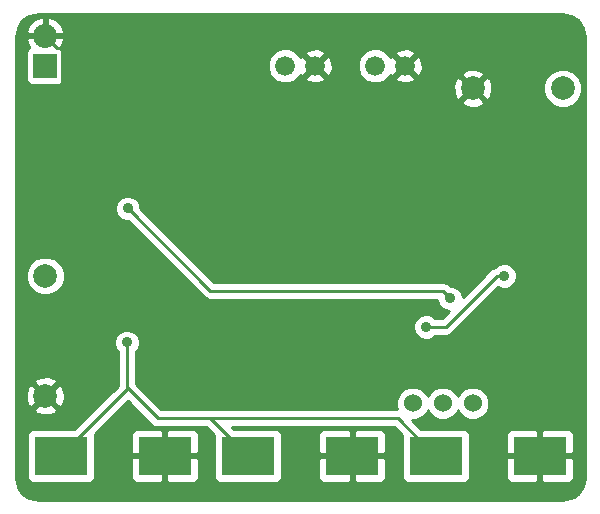
<source format=gbl>
%FSLAX46Y46*%
G04 Gerber Fmt 4.6, Leading zero omitted, Abs format (unit mm)*
G04 Created by KiCad (PCBNEW (2014-09-22 BZR 5144)-product) date Sun 26 Oct 2014 02:54:13 PM CET*
%MOMM*%
G01*
G04 APERTURE LIST*
%ADD10C,0.100000*%
%ADD11R,4.500880X3.299460*%
%ADD12R,4.498340X3.299460*%
%ADD13R,2.032000X2.032000*%
%ADD14O,2.032000X2.032000*%
%ADD15C,1.998980*%
%ADD16C,1.676400*%
%ADD17C,1.524000*%
%ADD18C,2.000000*%
%ADD19C,0.889000*%
%ADD20C,0.254000*%
G04 APERTURE END LIST*
D10*
D11*
X184104280Y-92075000D03*
D12*
X175305720Y-92075000D03*
D13*
X158115000Y-59055000D03*
D14*
X158115000Y-56515000D03*
D15*
X158115000Y-76835000D03*
X158115000Y-86995000D03*
D11*
X168229280Y-92075000D03*
D12*
X159430720Y-92075000D03*
D11*
X199979280Y-92075000D03*
D12*
X191180720Y-92075000D03*
D16*
X178435000Y-59055000D03*
X180975000Y-59055000D03*
X186055000Y-59055000D03*
X188595000Y-59055000D03*
D17*
X191770000Y-87630000D03*
X189230000Y-87630000D03*
X194310000Y-87630000D03*
D18*
X201919840Y-60960000D03*
X194320160Y-60960000D03*
D19*
X171450000Y-85725000D03*
X190392527Y-83077527D03*
X167640000Y-85725000D03*
X184150000Y-67945000D03*
X160020000Y-71120000D03*
X168529000Y-82677000D03*
X169545000Y-71247000D03*
X192405000Y-78740000D03*
X165100000Y-71120000D03*
X196977000Y-76835000D03*
X190373000Y-81153000D03*
X165024276Y-82474276D03*
D20*
X171450000Y-85725000D02*
X167640000Y-85725000D01*
X190392527Y-83077527D02*
X192932527Y-83077527D01*
X192932527Y-83077527D02*
X199979280Y-90124280D01*
X199979280Y-90124280D02*
X199979280Y-90171270D01*
X199979280Y-90171270D02*
X199979280Y-92075000D01*
X168529000Y-82677000D02*
X167640000Y-83566000D01*
X167640000Y-85096383D02*
X167640000Y-85725000D01*
X167640000Y-83566000D02*
X167640000Y-85096383D01*
X184150000Y-67945000D02*
X184150000Y-62230000D01*
X184150000Y-62230000D02*
X180975000Y-59055000D01*
X159551840Y-56515000D02*
X158115000Y-56515000D01*
X160020000Y-58242198D02*
X160021768Y-58240430D01*
X160021768Y-58240430D02*
X160021768Y-56984928D01*
X160020000Y-71120000D02*
X160020000Y-58242198D01*
X160021768Y-56984928D02*
X159551840Y-56515000D01*
X159130999Y-57530999D02*
X158115000Y-56515000D01*
X159308801Y-57530999D02*
X159130999Y-57530999D01*
X159512001Y-57734199D02*
X159308801Y-57530999D01*
X159512001Y-61214001D02*
X159512001Y-57734199D01*
X169545000Y-71247000D02*
X159512001Y-61214001D01*
X165100000Y-71120000D02*
X172085000Y-78105000D01*
X172085000Y-78105000D02*
X191770000Y-78105000D01*
X191770000Y-78105000D02*
X192405000Y-78740000D01*
X192030383Y-81153000D02*
X190373000Y-81153000D01*
X196348383Y-76835000D02*
X192030383Y-81153000D01*
X196977000Y-76835000D02*
X196348383Y-76835000D01*
X165024276Y-86284276D02*
X165024276Y-86435724D01*
X165024276Y-86435724D02*
X159430720Y-92029280D01*
X171632879Y-88900000D02*
X167640000Y-88900000D01*
X167640000Y-88900000D02*
X165024276Y-86284276D01*
X165024276Y-86284276D02*
X165024276Y-82474276D01*
X159430720Y-92075000D02*
X159430720Y-92029280D01*
X175260000Y-92075000D02*
X172085000Y-88900000D01*
X172085000Y-88900000D02*
X171632879Y-88900000D01*
X174034450Y-88900000D02*
X171632879Y-88900000D01*
X191135000Y-92075000D02*
X187960000Y-88900000D01*
X187960000Y-88900000D02*
X174034450Y-88900000D01*
X189865000Y-92075000D02*
X191180720Y-92075000D01*
X175305720Y-92075000D02*
X176530000Y-92075000D01*
X173990000Y-92075000D02*
X175305720Y-92075000D01*
X159430720Y-92075000D02*
X160655000Y-92075000D01*
X175305720Y-92075000D02*
X175260000Y-92075000D01*
X191180720Y-92075000D02*
X191135000Y-92075000D01*
G36*
X203785000Y-93912532D02*
X203631397Y-94684742D01*
X203555124Y-94798892D01*
X203555124Y-60636205D01*
X203306734Y-60035057D01*
X202847203Y-59574722D01*
X202246488Y-59325284D01*
X201596045Y-59324716D01*
X200994897Y-59573106D01*
X200534562Y-60032637D01*
X200285124Y-60633352D01*
X200284556Y-61283795D01*
X200532946Y-61884943D01*
X200992477Y-62345278D01*
X201593192Y-62594716D01*
X202243635Y-62595284D01*
X202844783Y-62346894D01*
X203305118Y-61887363D01*
X203554556Y-61286648D01*
X203555124Y-60636205D01*
X203555124Y-94798892D01*
X203232193Y-95282193D01*
X202864720Y-95527730D01*
X202864720Y-93851039D01*
X202864720Y-92360750D01*
X202864720Y-91789250D01*
X202864720Y-90298961D01*
X202768047Y-90065572D01*
X202589419Y-89886943D01*
X202356030Y-89790270D01*
X202103411Y-89790270D01*
X200265030Y-89790270D01*
X200106280Y-89949020D01*
X200106280Y-91948000D01*
X202705970Y-91948000D01*
X202864720Y-91789250D01*
X202864720Y-92360750D01*
X202705970Y-92202000D01*
X200106280Y-92202000D01*
X200106280Y-94200980D01*
X200265030Y-94359730D01*
X202103411Y-94359730D01*
X202356030Y-94359730D01*
X202589419Y-94263057D01*
X202768047Y-94084428D01*
X202864720Y-93851039D01*
X202864720Y-95527730D01*
X202634741Y-95681398D01*
X201862532Y-95835000D01*
X199852280Y-95835000D01*
X199852280Y-94200980D01*
X199852280Y-92202000D01*
X199852280Y-91948000D01*
X199852280Y-89949020D01*
X199693530Y-89790270D01*
X198056687Y-89790270D01*
X198056687Y-76621216D01*
X197892689Y-76224311D01*
X197589286Y-75920378D01*
X197192668Y-75755687D01*
X196763216Y-75755313D01*
X196366311Y-75919311D01*
X196178503Y-76106791D01*
X196178502Y-76106791D01*
X196056778Y-76131004D01*
X195966068Y-76191614D01*
X195966068Y-61224539D01*
X195942016Y-60574540D01*
X195739547Y-60085736D01*
X195472692Y-59987073D01*
X195293087Y-60166678D01*
X195293087Y-59807468D01*
X195194424Y-59540613D01*
X194584699Y-59314092D01*
X193934700Y-59338144D01*
X193445896Y-59540613D01*
X193347233Y-59807468D01*
X194320160Y-60780395D01*
X195293087Y-59807468D01*
X195293087Y-60166678D01*
X194499765Y-60960000D01*
X195472692Y-61932927D01*
X195739547Y-61834264D01*
X195966068Y-61224539D01*
X195966068Y-76191614D01*
X195809568Y-76296185D01*
X195293087Y-76812665D01*
X195293087Y-62112532D01*
X194320160Y-61139605D01*
X194140555Y-61319210D01*
X194140555Y-60960000D01*
X193167628Y-59987073D01*
X192900773Y-60085736D01*
X192674252Y-60695461D01*
X192698304Y-61345460D01*
X192900773Y-61834264D01*
X193167628Y-61932927D01*
X194140555Y-60960000D01*
X194140555Y-61319210D01*
X193347233Y-62112532D01*
X193445896Y-62379387D01*
X194055621Y-62605908D01*
X194705620Y-62581856D01*
X195194424Y-62379387D01*
X195293087Y-62112532D01*
X195293087Y-76812665D01*
X193484604Y-78621148D01*
X193484687Y-78526216D01*
X193320689Y-78129311D01*
X193017286Y-77825378D01*
X192620668Y-77660687D01*
X192403127Y-77660497D01*
X192308815Y-77566185D01*
X192061605Y-77401004D01*
X191770000Y-77343000D01*
X190079977Y-77343000D01*
X190079977Y-59280903D01*
X190053389Y-58695431D01*
X189880490Y-58278017D01*
X189630413Y-58199192D01*
X189450808Y-58378797D01*
X189450808Y-58019587D01*
X189371983Y-57769510D01*
X188820903Y-57570023D01*
X188235431Y-57596611D01*
X187818017Y-57769510D01*
X187739192Y-58019587D01*
X188595000Y-58875395D01*
X189450808Y-58019587D01*
X189450808Y-58378797D01*
X188774605Y-59055000D01*
X189630413Y-59910808D01*
X189880490Y-59831983D01*
X190079977Y-59280903D01*
X190079977Y-77343000D01*
X189450808Y-77343000D01*
X189450808Y-60090413D01*
X188595000Y-59234605D01*
X188415395Y-59414210D01*
X188415395Y-59055000D01*
X187559587Y-58199192D01*
X187325836Y-58272870D01*
X187304647Y-58221589D01*
X186890591Y-57806810D01*
X186349323Y-57582056D01*
X185763248Y-57581545D01*
X185221589Y-57805353D01*
X184806810Y-58219409D01*
X184582056Y-58760677D01*
X184581545Y-59346752D01*
X184805353Y-59888411D01*
X185219409Y-60303190D01*
X185760677Y-60527944D01*
X186346752Y-60528455D01*
X186888411Y-60304647D01*
X187303190Y-59890591D01*
X187325441Y-59837004D01*
X187559587Y-59910808D01*
X188415395Y-59055000D01*
X188415395Y-59414210D01*
X187739192Y-60090413D01*
X187818017Y-60340490D01*
X188369097Y-60539977D01*
X188954569Y-60513389D01*
X189371983Y-60340490D01*
X189450808Y-60090413D01*
X189450808Y-77343000D01*
X182459977Y-77343000D01*
X182459977Y-59280903D01*
X182433389Y-58695431D01*
X182260490Y-58278017D01*
X182010413Y-58199192D01*
X181830808Y-58378797D01*
X181830808Y-58019587D01*
X181751983Y-57769510D01*
X181200903Y-57570023D01*
X180615431Y-57596611D01*
X180198017Y-57769510D01*
X180119192Y-58019587D01*
X180975000Y-58875395D01*
X181830808Y-58019587D01*
X181830808Y-58378797D01*
X181154605Y-59055000D01*
X182010413Y-59910808D01*
X182260490Y-59831983D01*
X182459977Y-59280903D01*
X182459977Y-77343000D01*
X181830808Y-77343000D01*
X181830808Y-60090413D01*
X180975000Y-59234605D01*
X180795395Y-59414210D01*
X180795395Y-59055000D01*
X179939587Y-58199192D01*
X179705836Y-58272870D01*
X179684647Y-58221589D01*
X179270591Y-57806810D01*
X178729323Y-57582056D01*
X178143248Y-57581545D01*
X177601589Y-57805353D01*
X177186810Y-58219409D01*
X176962056Y-58760677D01*
X176961545Y-59346752D01*
X177185353Y-59888411D01*
X177599409Y-60303190D01*
X178140677Y-60527944D01*
X178726752Y-60528455D01*
X179268411Y-60304647D01*
X179683190Y-59890591D01*
X179705441Y-59837004D01*
X179939587Y-59910808D01*
X180795395Y-59055000D01*
X180795395Y-59414210D01*
X180119192Y-60090413D01*
X180198017Y-60340490D01*
X180749097Y-60539977D01*
X181334569Y-60513389D01*
X181751983Y-60340490D01*
X181830808Y-60090413D01*
X181830808Y-77343000D01*
X172400630Y-77343000D01*
X166179499Y-71121869D01*
X166179687Y-70906216D01*
X166015689Y-70509311D01*
X165712286Y-70205378D01*
X165315668Y-70040687D01*
X164886216Y-70040313D01*
X164489311Y-70204311D01*
X164185378Y-70507714D01*
X164020687Y-70904332D01*
X164020313Y-71333784D01*
X164184311Y-71730689D01*
X164487714Y-72034622D01*
X164884332Y-72199313D01*
X165101872Y-72199502D01*
X171546185Y-78643816D01*
X171694376Y-78742834D01*
X171793395Y-78808996D01*
X171793396Y-78808996D01*
X172085000Y-78867000D01*
X191325388Y-78867000D01*
X191325313Y-78953784D01*
X191489311Y-79350689D01*
X191792714Y-79654622D01*
X192189332Y-79819313D01*
X192286355Y-79819397D01*
X191714753Y-80391000D01*
X191137641Y-80391000D01*
X190985286Y-80238378D01*
X190588668Y-80073687D01*
X190159216Y-80073313D01*
X189762311Y-80237311D01*
X189458378Y-80540714D01*
X189293687Y-80937332D01*
X189293313Y-81366784D01*
X189457311Y-81763689D01*
X189760714Y-82067622D01*
X190157332Y-82232313D01*
X190586784Y-82232687D01*
X190983689Y-82068689D01*
X191137646Y-81915000D01*
X192030383Y-81915000D01*
X192030383Y-81914999D01*
X192321987Y-81856996D01*
X192321988Y-81856996D01*
X192569198Y-81691815D01*
X196468355Y-77792657D01*
X196761332Y-77914313D01*
X197190784Y-77914687D01*
X197587689Y-77750689D01*
X197891622Y-77447286D01*
X198056313Y-77050668D01*
X198056687Y-76621216D01*
X198056687Y-89790270D01*
X197855149Y-89790270D01*
X197602530Y-89790270D01*
X197369141Y-89886943D01*
X197190513Y-90065572D01*
X197093840Y-90298961D01*
X197093840Y-91789250D01*
X197252590Y-91948000D01*
X199852280Y-91948000D01*
X199852280Y-92202000D01*
X197252590Y-92202000D01*
X197093840Y-92360750D01*
X197093840Y-93851039D01*
X197190513Y-94084428D01*
X197369141Y-94263057D01*
X197602530Y-94359730D01*
X197855149Y-94359730D01*
X199693530Y-94359730D01*
X199852280Y-94200980D01*
X199852280Y-95835000D01*
X195707242Y-95835000D01*
X195707242Y-87353339D01*
X195495010Y-86839697D01*
X195102370Y-86446371D01*
X194589100Y-86233243D01*
X194033339Y-86232758D01*
X193519697Y-86444990D01*
X193126371Y-86837630D01*
X193040050Y-87045512D01*
X192955010Y-86839697D01*
X192562370Y-86446371D01*
X192049100Y-86233243D01*
X191493339Y-86232758D01*
X190979697Y-86444990D01*
X190586371Y-86837630D01*
X190500050Y-87045512D01*
X190415010Y-86839697D01*
X190022370Y-86446371D01*
X189509100Y-86233243D01*
X188953339Y-86232758D01*
X188439697Y-86444990D01*
X188046371Y-86837630D01*
X187833243Y-87350900D01*
X187832758Y-87906661D01*
X187928345Y-88138000D01*
X174034450Y-88138000D01*
X172085000Y-88138000D01*
X171632879Y-88138000D01*
X167955630Y-88138000D01*
X165786276Y-85968645D01*
X165786276Y-83238917D01*
X165938898Y-83086562D01*
X166103589Y-82689944D01*
X166103963Y-82260492D01*
X165939965Y-81863587D01*
X165636562Y-81559654D01*
X165239944Y-81394963D01*
X164810492Y-81394589D01*
X164413587Y-81558587D01*
X164109654Y-81861990D01*
X163944963Y-82258608D01*
X163944589Y-82688060D01*
X164108587Y-83084965D01*
X164262276Y-83238922D01*
X164262276Y-86120093D01*
X160592099Y-89790270D01*
X159766000Y-89790270D01*
X159766000Y-60197310D01*
X159766000Y-59944691D01*
X159766000Y-57912691D01*
X159669327Y-57679302D01*
X159490699Y-57500673D01*
X159451187Y-57484306D01*
X159452188Y-57483379D01*
X159720983Y-56897946D01*
X159720983Y-56132054D01*
X159452188Y-55546621D01*
X158979818Y-55108615D01*
X158497944Y-54909025D01*
X158242000Y-55028164D01*
X158242000Y-56388000D01*
X159602367Y-56388000D01*
X159720983Y-56132054D01*
X159720983Y-56897946D01*
X159602367Y-56642000D01*
X158242000Y-56642000D01*
X158242000Y-56662000D01*
X157988000Y-56662000D01*
X157988000Y-56642000D01*
X157988000Y-56388000D01*
X157988000Y-55028164D01*
X157732056Y-54909025D01*
X157250182Y-55108615D01*
X156777812Y-55546621D01*
X156509017Y-56132054D01*
X156627633Y-56388000D01*
X157988000Y-56388000D01*
X157988000Y-56642000D01*
X156627633Y-56642000D01*
X156509017Y-56897946D01*
X156777812Y-57483379D01*
X156778812Y-57484307D01*
X156739302Y-57500673D01*
X156560673Y-57679301D01*
X156464000Y-57912690D01*
X156464000Y-58165309D01*
X156464000Y-60197309D01*
X156560673Y-60430698D01*
X156739301Y-60609327D01*
X156972690Y-60706000D01*
X157225309Y-60706000D01*
X159257309Y-60706000D01*
X159490698Y-60609327D01*
X159669327Y-60430699D01*
X159766000Y-60197310D01*
X159766000Y-89790270D01*
X159760401Y-89790270D01*
X159760401Y-87259418D01*
X159749774Y-86972411D01*
X159749774Y-76511306D01*
X159501462Y-75910345D01*
X159042073Y-75450154D01*
X158441547Y-75200794D01*
X157791306Y-75200226D01*
X157190345Y-75448538D01*
X156730154Y-75907927D01*
X156480794Y-76508453D01*
X156480226Y-77158694D01*
X156728538Y-77759655D01*
X157187927Y-78219846D01*
X157788453Y-78469206D01*
X158438694Y-78469774D01*
X159039655Y-78221462D01*
X159499846Y-77762073D01*
X159749206Y-77161547D01*
X159749774Y-76511306D01*
X159749774Y-86972411D01*
X159736341Y-86609623D01*
X159533965Y-86121042D01*
X159267163Y-86022443D01*
X159087557Y-86202048D01*
X159087557Y-85842837D01*
X158988958Y-85576035D01*
X158379418Y-85349599D01*
X157729623Y-85373659D01*
X157241042Y-85576035D01*
X157142443Y-85842837D01*
X158115000Y-86815395D01*
X159087557Y-85842837D01*
X159087557Y-86202048D01*
X158294605Y-86995000D01*
X159267163Y-87967557D01*
X159533965Y-87868958D01*
X159760401Y-87259418D01*
X159760401Y-89790270D01*
X159087557Y-89790270D01*
X159087557Y-88147163D01*
X158115000Y-87174605D01*
X157935395Y-87354210D01*
X157935395Y-86995000D01*
X156962837Y-86022443D01*
X156696035Y-86121042D01*
X156469599Y-86730582D01*
X156493659Y-87380377D01*
X156696035Y-87868958D01*
X156962837Y-87967557D01*
X157935395Y-86995000D01*
X157935395Y-87354210D01*
X157142443Y-88147163D01*
X157241042Y-88413965D01*
X157850582Y-88640401D01*
X158500377Y-88616341D01*
X158988958Y-88413965D01*
X159087557Y-88147163D01*
X159087557Y-89790270D01*
X157055241Y-89790270D01*
X156821852Y-89886943D01*
X156643223Y-90065571D01*
X156546550Y-90298960D01*
X156546550Y-90551579D01*
X156546550Y-93851039D01*
X156643223Y-94084428D01*
X156821851Y-94263057D01*
X157055240Y-94359730D01*
X157307859Y-94359730D01*
X161806199Y-94359730D01*
X162039588Y-94263057D01*
X162218217Y-94084429D01*
X162314890Y-93851040D01*
X162314890Y-93598421D01*
X162314890Y-90298961D01*
X162292565Y-90245064D01*
X165100000Y-87437630D01*
X167101184Y-89438815D01*
X167101185Y-89438815D01*
X167348395Y-89603996D01*
X167640000Y-89662000D01*
X171632879Y-89662000D01*
X171769370Y-89662000D01*
X172421550Y-90314180D01*
X172421550Y-90551579D01*
X172421550Y-93851039D01*
X172518223Y-94084428D01*
X172696851Y-94263057D01*
X172930240Y-94359730D01*
X173182859Y-94359730D01*
X177681199Y-94359730D01*
X177914588Y-94263057D01*
X178093217Y-94084429D01*
X178189890Y-93851040D01*
X178189890Y-93598421D01*
X178189890Y-90298961D01*
X178093217Y-90065572D01*
X177914589Y-89886943D01*
X177681200Y-89790270D01*
X177428581Y-89790270D01*
X174052900Y-89790270D01*
X173924630Y-89662000D01*
X174034450Y-89662000D01*
X187644370Y-89662000D01*
X188296550Y-90314180D01*
X188296550Y-90551579D01*
X188296550Y-93851039D01*
X188393223Y-94084428D01*
X188571851Y-94263057D01*
X188805240Y-94359730D01*
X189057859Y-94359730D01*
X193556199Y-94359730D01*
X193789588Y-94263057D01*
X193968217Y-94084429D01*
X194064890Y-93851040D01*
X194064890Y-93598421D01*
X194064890Y-90298961D01*
X193968217Y-90065572D01*
X193789589Y-89886943D01*
X193556200Y-89790270D01*
X193303581Y-89790270D01*
X189927899Y-89790270D01*
X189164573Y-89026943D01*
X189506661Y-89027242D01*
X190020303Y-88815010D01*
X190413629Y-88422370D01*
X190499949Y-88214487D01*
X190584990Y-88420303D01*
X190977630Y-88813629D01*
X191490900Y-89026757D01*
X192046661Y-89027242D01*
X192560303Y-88815010D01*
X192953629Y-88422370D01*
X193039949Y-88214487D01*
X193124990Y-88420303D01*
X193517630Y-88813629D01*
X194030900Y-89026757D01*
X194586661Y-89027242D01*
X195100303Y-88815010D01*
X195493629Y-88422370D01*
X195706757Y-87909100D01*
X195707242Y-87353339D01*
X195707242Y-95835000D01*
X186989720Y-95835000D01*
X186989720Y-93851039D01*
X186989720Y-92360750D01*
X186989720Y-91789250D01*
X186989720Y-90298961D01*
X186893047Y-90065572D01*
X186714419Y-89886943D01*
X186481030Y-89790270D01*
X186228411Y-89790270D01*
X184390030Y-89790270D01*
X184231280Y-89949020D01*
X184231280Y-91948000D01*
X186830970Y-91948000D01*
X186989720Y-91789250D01*
X186989720Y-92360750D01*
X186830970Y-92202000D01*
X184231280Y-92202000D01*
X184231280Y-94200980D01*
X184390030Y-94359730D01*
X186228411Y-94359730D01*
X186481030Y-94359730D01*
X186714419Y-94263057D01*
X186893047Y-94084428D01*
X186989720Y-93851039D01*
X186989720Y-95835000D01*
X183977280Y-95835000D01*
X183977280Y-94200980D01*
X183977280Y-92202000D01*
X183977280Y-91948000D01*
X183977280Y-89949020D01*
X183818530Y-89790270D01*
X181980149Y-89790270D01*
X181727530Y-89790270D01*
X181494141Y-89886943D01*
X181315513Y-90065572D01*
X181218840Y-90298961D01*
X181218840Y-91789250D01*
X181377590Y-91948000D01*
X183977280Y-91948000D01*
X183977280Y-92202000D01*
X181377590Y-92202000D01*
X181218840Y-92360750D01*
X181218840Y-93851039D01*
X181315513Y-94084428D01*
X181494141Y-94263057D01*
X181727530Y-94359730D01*
X181980149Y-94359730D01*
X183818530Y-94359730D01*
X183977280Y-94200980D01*
X183977280Y-95835000D01*
X171114720Y-95835000D01*
X171114720Y-93851039D01*
X171114720Y-92360750D01*
X171114720Y-91789250D01*
X171114720Y-90298961D01*
X171018047Y-90065572D01*
X170839419Y-89886943D01*
X170606030Y-89790270D01*
X170353411Y-89790270D01*
X168515030Y-89790270D01*
X168356280Y-89949020D01*
X168356280Y-91948000D01*
X170955970Y-91948000D01*
X171114720Y-91789250D01*
X171114720Y-92360750D01*
X170955970Y-92202000D01*
X168356280Y-92202000D01*
X168356280Y-94200980D01*
X168515030Y-94359730D01*
X170353411Y-94359730D01*
X170606030Y-94359730D01*
X170839419Y-94263057D01*
X171018047Y-94084428D01*
X171114720Y-93851039D01*
X171114720Y-95835000D01*
X168102280Y-95835000D01*
X168102280Y-94200980D01*
X168102280Y-92202000D01*
X168102280Y-91948000D01*
X168102280Y-89949020D01*
X167943530Y-89790270D01*
X166105149Y-89790270D01*
X165852530Y-89790270D01*
X165619141Y-89886943D01*
X165440513Y-90065572D01*
X165343840Y-90298961D01*
X165343840Y-91789250D01*
X165502590Y-91948000D01*
X168102280Y-91948000D01*
X168102280Y-92202000D01*
X165502590Y-92202000D01*
X165343840Y-92360750D01*
X165343840Y-93851039D01*
X165440513Y-94084428D01*
X165619141Y-94263057D01*
X165852530Y-94359730D01*
X166105149Y-94359730D01*
X167943530Y-94359730D01*
X168102280Y-94200980D01*
X168102280Y-95835000D01*
X157547467Y-95835000D01*
X156775257Y-95681397D01*
X156177806Y-95282193D01*
X155778601Y-94684741D01*
X155625000Y-93912532D01*
X155625000Y-56582467D01*
X155778601Y-55810258D01*
X156177806Y-55212806D01*
X156775257Y-54813602D01*
X157547467Y-54660000D01*
X201862532Y-54660000D01*
X202634741Y-54813601D01*
X203232193Y-55212806D01*
X203631397Y-55810257D01*
X203785000Y-56582467D01*
X203785000Y-93912532D01*
X203785000Y-93912532D01*
G37*
X203785000Y-93912532D02*
X203631397Y-94684742D01*
X203555124Y-94798892D01*
X203555124Y-60636205D01*
X203306734Y-60035057D01*
X202847203Y-59574722D01*
X202246488Y-59325284D01*
X201596045Y-59324716D01*
X200994897Y-59573106D01*
X200534562Y-60032637D01*
X200285124Y-60633352D01*
X200284556Y-61283795D01*
X200532946Y-61884943D01*
X200992477Y-62345278D01*
X201593192Y-62594716D01*
X202243635Y-62595284D01*
X202844783Y-62346894D01*
X203305118Y-61887363D01*
X203554556Y-61286648D01*
X203555124Y-60636205D01*
X203555124Y-94798892D01*
X203232193Y-95282193D01*
X202864720Y-95527730D01*
X202864720Y-93851039D01*
X202864720Y-92360750D01*
X202864720Y-91789250D01*
X202864720Y-90298961D01*
X202768047Y-90065572D01*
X202589419Y-89886943D01*
X202356030Y-89790270D01*
X202103411Y-89790270D01*
X200265030Y-89790270D01*
X200106280Y-89949020D01*
X200106280Y-91948000D01*
X202705970Y-91948000D01*
X202864720Y-91789250D01*
X202864720Y-92360750D01*
X202705970Y-92202000D01*
X200106280Y-92202000D01*
X200106280Y-94200980D01*
X200265030Y-94359730D01*
X202103411Y-94359730D01*
X202356030Y-94359730D01*
X202589419Y-94263057D01*
X202768047Y-94084428D01*
X202864720Y-93851039D01*
X202864720Y-95527730D01*
X202634741Y-95681398D01*
X201862532Y-95835000D01*
X199852280Y-95835000D01*
X199852280Y-94200980D01*
X199852280Y-92202000D01*
X199852280Y-91948000D01*
X199852280Y-89949020D01*
X199693530Y-89790270D01*
X198056687Y-89790270D01*
X198056687Y-76621216D01*
X197892689Y-76224311D01*
X197589286Y-75920378D01*
X197192668Y-75755687D01*
X196763216Y-75755313D01*
X196366311Y-75919311D01*
X196178503Y-76106791D01*
X196178502Y-76106791D01*
X196056778Y-76131004D01*
X195966068Y-76191614D01*
X195966068Y-61224539D01*
X195942016Y-60574540D01*
X195739547Y-60085736D01*
X195472692Y-59987073D01*
X195293087Y-60166678D01*
X195293087Y-59807468D01*
X195194424Y-59540613D01*
X194584699Y-59314092D01*
X193934700Y-59338144D01*
X193445896Y-59540613D01*
X193347233Y-59807468D01*
X194320160Y-60780395D01*
X195293087Y-59807468D01*
X195293087Y-60166678D01*
X194499765Y-60960000D01*
X195472692Y-61932927D01*
X195739547Y-61834264D01*
X195966068Y-61224539D01*
X195966068Y-76191614D01*
X195809568Y-76296185D01*
X195293087Y-76812665D01*
X195293087Y-62112532D01*
X194320160Y-61139605D01*
X194140555Y-61319210D01*
X194140555Y-60960000D01*
X193167628Y-59987073D01*
X192900773Y-60085736D01*
X192674252Y-60695461D01*
X192698304Y-61345460D01*
X192900773Y-61834264D01*
X193167628Y-61932927D01*
X194140555Y-60960000D01*
X194140555Y-61319210D01*
X193347233Y-62112532D01*
X193445896Y-62379387D01*
X194055621Y-62605908D01*
X194705620Y-62581856D01*
X195194424Y-62379387D01*
X195293087Y-62112532D01*
X195293087Y-76812665D01*
X193484604Y-78621148D01*
X193484687Y-78526216D01*
X193320689Y-78129311D01*
X193017286Y-77825378D01*
X192620668Y-77660687D01*
X192403127Y-77660497D01*
X192308815Y-77566185D01*
X192061605Y-77401004D01*
X191770000Y-77343000D01*
X190079977Y-77343000D01*
X190079977Y-59280903D01*
X190053389Y-58695431D01*
X189880490Y-58278017D01*
X189630413Y-58199192D01*
X189450808Y-58378797D01*
X189450808Y-58019587D01*
X189371983Y-57769510D01*
X188820903Y-57570023D01*
X188235431Y-57596611D01*
X187818017Y-57769510D01*
X187739192Y-58019587D01*
X188595000Y-58875395D01*
X189450808Y-58019587D01*
X189450808Y-58378797D01*
X188774605Y-59055000D01*
X189630413Y-59910808D01*
X189880490Y-59831983D01*
X190079977Y-59280903D01*
X190079977Y-77343000D01*
X189450808Y-77343000D01*
X189450808Y-60090413D01*
X188595000Y-59234605D01*
X188415395Y-59414210D01*
X188415395Y-59055000D01*
X187559587Y-58199192D01*
X187325836Y-58272870D01*
X187304647Y-58221589D01*
X186890591Y-57806810D01*
X186349323Y-57582056D01*
X185763248Y-57581545D01*
X185221589Y-57805353D01*
X184806810Y-58219409D01*
X184582056Y-58760677D01*
X184581545Y-59346752D01*
X184805353Y-59888411D01*
X185219409Y-60303190D01*
X185760677Y-60527944D01*
X186346752Y-60528455D01*
X186888411Y-60304647D01*
X187303190Y-59890591D01*
X187325441Y-59837004D01*
X187559587Y-59910808D01*
X188415395Y-59055000D01*
X188415395Y-59414210D01*
X187739192Y-60090413D01*
X187818017Y-60340490D01*
X188369097Y-60539977D01*
X188954569Y-60513389D01*
X189371983Y-60340490D01*
X189450808Y-60090413D01*
X189450808Y-77343000D01*
X182459977Y-77343000D01*
X182459977Y-59280903D01*
X182433389Y-58695431D01*
X182260490Y-58278017D01*
X182010413Y-58199192D01*
X181830808Y-58378797D01*
X181830808Y-58019587D01*
X181751983Y-57769510D01*
X181200903Y-57570023D01*
X180615431Y-57596611D01*
X180198017Y-57769510D01*
X180119192Y-58019587D01*
X180975000Y-58875395D01*
X181830808Y-58019587D01*
X181830808Y-58378797D01*
X181154605Y-59055000D01*
X182010413Y-59910808D01*
X182260490Y-59831983D01*
X182459977Y-59280903D01*
X182459977Y-77343000D01*
X181830808Y-77343000D01*
X181830808Y-60090413D01*
X180975000Y-59234605D01*
X180795395Y-59414210D01*
X180795395Y-59055000D01*
X179939587Y-58199192D01*
X179705836Y-58272870D01*
X179684647Y-58221589D01*
X179270591Y-57806810D01*
X178729323Y-57582056D01*
X178143248Y-57581545D01*
X177601589Y-57805353D01*
X177186810Y-58219409D01*
X176962056Y-58760677D01*
X176961545Y-59346752D01*
X177185353Y-59888411D01*
X177599409Y-60303190D01*
X178140677Y-60527944D01*
X178726752Y-60528455D01*
X179268411Y-60304647D01*
X179683190Y-59890591D01*
X179705441Y-59837004D01*
X179939587Y-59910808D01*
X180795395Y-59055000D01*
X180795395Y-59414210D01*
X180119192Y-60090413D01*
X180198017Y-60340490D01*
X180749097Y-60539977D01*
X181334569Y-60513389D01*
X181751983Y-60340490D01*
X181830808Y-60090413D01*
X181830808Y-77343000D01*
X172400630Y-77343000D01*
X166179499Y-71121869D01*
X166179687Y-70906216D01*
X166015689Y-70509311D01*
X165712286Y-70205378D01*
X165315668Y-70040687D01*
X164886216Y-70040313D01*
X164489311Y-70204311D01*
X164185378Y-70507714D01*
X164020687Y-70904332D01*
X164020313Y-71333784D01*
X164184311Y-71730689D01*
X164487714Y-72034622D01*
X164884332Y-72199313D01*
X165101872Y-72199502D01*
X171546185Y-78643816D01*
X171694376Y-78742834D01*
X171793395Y-78808996D01*
X171793396Y-78808996D01*
X172085000Y-78867000D01*
X191325388Y-78867000D01*
X191325313Y-78953784D01*
X191489311Y-79350689D01*
X191792714Y-79654622D01*
X192189332Y-79819313D01*
X192286355Y-79819397D01*
X191714753Y-80391000D01*
X191137641Y-80391000D01*
X190985286Y-80238378D01*
X190588668Y-80073687D01*
X190159216Y-80073313D01*
X189762311Y-80237311D01*
X189458378Y-80540714D01*
X189293687Y-80937332D01*
X189293313Y-81366784D01*
X189457311Y-81763689D01*
X189760714Y-82067622D01*
X190157332Y-82232313D01*
X190586784Y-82232687D01*
X190983689Y-82068689D01*
X191137646Y-81915000D01*
X192030383Y-81915000D01*
X192030383Y-81914999D01*
X192321987Y-81856996D01*
X192321988Y-81856996D01*
X192569198Y-81691815D01*
X196468355Y-77792657D01*
X196761332Y-77914313D01*
X197190784Y-77914687D01*
X197587689Y-77750689D01*
X197891622Y-77447286D01*
X198056313Y-77050668D01*
X198056687Y-76621216D01*
X198056687Y-89790270D01*
X197855149Y-89790270D01*
X197602530Y-89790270D01*
X197369141Y-89886943D01*
X197190513Y-90065572D01*
X197093840Y-90298961D01*
X197093840Y-91789250D01*
X197252590Y-91948000D01*
X199852280Y-91948000D01*
X199852280Y-92202000D01*
X197252590Y-92202000D01*
X197093840Y-92360750D01*
X197093840Y-93851039D01*
X197190513Y-94084428D01*
X197369141Y-94263057D01*
X197602530Y-94359730D01*
X197855149Y-94359730D01*
X199693530Y-94359730D01*
X199852280Y-94200980D01*
X199852280Y-95835000D01*
X195707242Y-95835000D01*
X195707242Y-87353339D01*
X195495010Y-86839697D01*
X195102370Y-86446371D01*
X194589100Y-86233243D01*
X194033339Y-86232758D01*
X193519697Y-86444990D01*
X193126371Y-86837630D01*
X193040050Y-87045512D01*
X192955010Y-86839697D01*
X192562370Y-86446371D01*
X192049100Y-86233243D01*
X191493339Y-86232758D01*
X190979697Y-86444990D01*
X190586371Y-86837630D01*
X190500050Y-87045512D01*
X190415010Y-86839697D01*
X190022370Y-86446371D01*
X189509100Y-86233243D01*
X188953339Y-86232758D01*
X188439697Y-86444990D01*
X188046371Y-86837630D01*
X187833243Y-87350900D01*
X187832758Y-87906661D01*
X187928345Y-88138000D01*
X174034450Y-88138000D01*
X172085000Y-88138000D01*
X171632879Y-88138000D01*
X167955630Y-88138000D01*
X165786276Y-85968645D01*
X165786276Y-83238917D01*
X165938898Y-83086562D01*
X166103589Y-82689944D01*
X166103963Y-82260492D01*
X165939965Y-81863587D01*
X165636562Y-81559654D01*
X165239944Y-81394963D01*
X164810492Y-81394589D01*
X164413587Y-81558587D01*
X164109654Y-81861990D01*
X163944963Y-82258608D01*
X163944589Y-82688060D01*
X164108587Y-83084965D01*
X164262276Y-83238922D01*
X164262276Y-86120093D01*
X160592099Y-89790270D01*
X159766000Y-89790270D01*
X159766000Y-60197310D01*
X159766000Y-59944691D01*
X159766000Y-57912691D01*
X159669327Y-57679302D01*
X159490699Y-57500673D01*
X159451187Y-57484306D01*
X159452188Y-57483379D01*
X159720983Y-56897946D01*
X159720983Y-56132054D01*
X159452188Y-55546621D01*
X158979818Y-55108615D01*
X158497944Y-54909025D01*
X158242000Y-55028164D01*
X158242000Y-56388000D01*
X159602367Y-56388000D01*
X159720983Y-56132054D01*
X159720983Y-56897946D01*
X159602367Y-56642000D01*
X158242000Y-56642000D01*
X158242000Y-56662000D01*
X157988000Y-56662000D01*
X157988000Y-56642000D01*
X157988000Y-56388000D01*
X157988000Y-55028164D01*
X157732056Y-54909025D01*
X157250182Y-55108615D01*
X156777812Y-55546621D01*
X156509017Y-56132054D01*
X156627633Y-56388000D01*
X157988000Y-56388000D01*
X157988000Y-56642000D01*
X156627633Y-56642000D01*
X156509017Y-56897946D01*
X156777812Y-57483379D01*
X156778812Y-57484307D01*
X156739302Y-57500673D01*
X156560673Y-57679301D01*
X156464000Y-57912690D01*
X156464000Y-58165309D01*
X156464000Y-60197309D01*
X156560673Y-60430698D01*
X156739301Y-60609327D01*
X156972690Y-60706000D01*
X157225309Y-60706000D01*
X159257309Y-60706000D01*
X159490698Y-60609327D01*
X159669327Y-60430699D01*
X159766000Y-60197310D01*
X159766000Y-89790270D01*
X159760401Y-89790270D01*
X159760401Y-87259418D01*
X159749774Y-86972411D01*
X159749774Y-76511306D01*
X159501462Y-75910345D01*
X159042073Y-75450154D01*
X158441547Y-75200794D01*
X157791306Y-75200226D01*
X157190345Y-75448538D01*
X156730154Y-75907927D01*
X156480794Y-76508453D01*
X156480226Y-77158694D01*
X156728538Y-77759655D01*
X157187927Y-78219846D01*
X157788453Y-78469206D01*
X158438694Y-78469774D01*
X159039655Y-78221462D01*
X159499846Y-77762073D01*
X159749206Y-77161547D01*
X159749774Y-76511306D01*
X159749774Y-86972411D01*
X159736341Y-86609623D01*
X159533965Y-86121042D01*
X159267163Y-86022443D01*
X159087557Y-86202048D01*
X159087557Y-85842837D01*
X158988958Y-85576035D01*
X158379418Y-85349599D01*
X157729623Y-85373659D01*
X157241042Y-85576035D01*
X157142443Y-85842837D01*
X158115000Y-86815395D01*
X159087557Y-85842837D01*
X159087557Y-86202048D01*
X158294605Y-86995000D01*
X159267163Y-87967557D01*
X159533965Y-87868958D01*
X159760401Y-87259418D01*
X159760401Y-89790270D01*
X159087557Y-89790270D01*
X159087557Y-88147163D01*
X158115000Y-87174605D01*
X157935395Y-87354210D01*
X157935395Y-86995000D01*
X156962837Y-86022443D01*
X156696035Y-86121042D01*
X156469599Y-86730582D01*
X156493659Y-87380377D01*
X156696035Y-87868958D01*
X156962837Y-87967557D01*
X157935395Y-86995000D01*
X157935395Y-87354210D01*
X157142443Y-88147163D01*
X157241042Y-88413965D01*
X157850582Y-88640401D01*
X158500377Y-88616341D01*
X158988958Y-88413965D01*
X159087557Y-88147163D01*
X159087557Y-89790270D01*
X157055241Y-89790270D01*
X156821852Y-89886943D01*
X156643223Y-90065571D01*
X156546550Y-90298960D01*
X156546550Y-90551579D01*
X156546550Y-93851039D01*
X156643223Y-94084428D01*
X156821851Y-94263057D01*
X157055240Y-94359730D01*
X157307859Y-94359730D01*
X161806199Y-94359730D01*
X162039588Y-94263057D01*
X162218217Y-94084429D01*
X162314890Y-93851040D01*
X162314890Y-93598421D01*
X162314890Y-90298961D01*
X162292565Y-90245064D01*
X165100000Y-87437630D01*
X167101184Y-89438815D01*
X167101185Y-89438815D01*
X167348395Y-89603996D01*
X167640000Y-89662000D01*
X171632879Y-89662000D01*
X171769370Y-89662000D01*
X172421550Y-90314180D01*
X172421550Y-90551579D01*
X172421550Y-93851039D01*
X172518223Y-94084428D01*
X172696851Y-94263057D01*
X172930240Y-94359730D01*
X173182859Y-94359730D01*
X177681199Y-94359730D01*
X177914588Y-94263057D01*
X178093217Y-94084429D01*
X178189890Y-93851040D01*
X178189890Y-93598421D01*
X178189890Y-90298961D01*
X178093217Y-90065572D01*
X177914589Y-89886943D01*
X177681200Y-89790270D01*
X177428581Y-89790270D01*
X174052900Y-89790270D01*
X173924630Y-89662000D01*
X174034450Y-89662000D01*
X187644370Y-89662000D01*
X188296550Y-90314180D01*
X188296550Y-90551579D01*
X188296550Y-93851039D01*
X188393223Y-94084428D01*
X188571851Y-94263057D01*
X188805240Y-94359730D01*
X189057859Y-94359730D01*
X193556199Y-94359730D01*
X193789588Y-94263057D01*
X193968217Y-94084429D01*
X194064890Y-93851040D01*
X194064890Y-93598421D01*
X194064890Y-90298961D01*
X193968217Y-90065572D01*
X193789589Y-89886943D01*
X193556200Y-89790270D01*
X193303581Y-89790270D01*
X189927899Y-89790270D01*
X189164573Y-89026943D01*
X189506661Y-89027242D01*
X190020303Y-88815010D01*
X190413629Y-88422370D01*
X190499949Y-88214487D01*
X190584990Y-88420303D01*
X190977630Y-88813629D01*
X191490900Y-89026757D01*
X192046661Y-89027242D01*
X192560303Y-88815010D01*
X192953629Y-88422370D01*
X193039949Y-88214487D01*
X193124990Y-88420303D01*
X193517630Y-88813629D01*
X194030900Y-89026757D01*
X194586661Y-89027242D01*
X195100303Y-88815010D01*
X195493629Y-88422370D01*
X195706757Y-87909100D01*
X195707242Y-87353339D01*
X195707242Y-95835000D01*
X186989720Y-95835000D01*
X186989720Y-93851039D01*
X186989720Y-92360750D01*
X186989720Y-91789250D01*
X186989720Y-90298961D01*
X186893047Y-90065572D01*
X186714419Y-89886943D01*
X186481030Y-89790270D01*
X186228411Y-89790270D01*
X184390030Y-89790270D01*
X184231280Y-89949020D01*
X184231280Y-91948000D01*
X186830970Y-91948000D01*
X186989720Y-91789250D01*
X186989720Y-92360750D01*
X186830970Y-92202000D01*
X184231280Y-92202000D01*
X184231280Y-94200980D01*
X184390030Y-94359730D01*
X186228411Y-94359730D01*
X186481030Y-94359730D01*
X186714419Y-94263057D01*
X186893047Y-94084428D01*
X186989720Y-93851039D01*
X186989720Y-95835000D01*
X183977280Y-95835000D01*
X183977280Y-94200980D01*
X183977280Y-92202000D01*
X183977280Y-91948000D01*
X183977280Y-89949020D01*
X183818530Y-89790270D01*
X181980149Y-89790270D01*
X181727530Y-89790270D01*
X181494141Y-89886943D01*
X181315513Y-90065572D01*
X181218840Y-90298961D01*
X181218840Y-91789250D01*
X181377590Y-91948000D01*
X183977280Y-91948000D01*
X183977280Y-92202000D01*
X181377590Y-92202000D01*
X181218840Y-92360750D01*
X181218840Y-93851039D01*
X181315513Y-94084428D01*
X181494141Y-94263057D01*
X181727530Y-94359730D01*
X181980149Y-94359730D01*
X183818530Y-94359730D01*
X183977280Y-94200980D01*
X183977280Y-95835000D01*
X171114720Y-95835000D01*
X171114720Y-93851039D01*
X171114720Y-92360750D01*
X171114720Y-91789250D01*
X171114720Y-90298961D01*
X171018047Y-90065572D01*
X170839419Y-89886943D01*
X170606030Y-89790270D01*
X170353411Y-89790270D01*
X168515030Y-89790270D01*
X168356280Y-89949020D01*
X168356280Y-91948000D01*
X170955970Y-91948000D01*
X171114720Y-91789250D01*
X171114720Y-92360750D01*
X170955970Y-92202000D01*
X168356280Y-92202000D01*
X168356280Y-94200980D01*
X168515030Y-94359730D01*
X170353411Y-94359730D01*
X170606030Y-94359730D01*
X170839419Y-94263057D01*
X171018047Y-94084428D01*
X171114720Y-93851039D01*
X171114720Y-95835000D01*
X168102280Y-95835000D01*
X168102280Y-94200980D01*
X168102280Y-92202000D01*
X168102280Y-91948000D01*
X168102280Y-89949020D01*
X167943530Y-89790270D01*
X166105149Y-89790270D01*
X165852530Y-89790270D01*
X165619141Y-89886943D01*
X165440513Y-90065572D01*
X165343840Y-90298961D01*
X165343840Y-91789250D01*
X165502590Y-91948000D01*
X168102280Y-91948000D01*
X168102280Y-92202000D01*
X165502590Y-92202000D01*
X165343840Y-92360750D01*
X165343840Y-93851039D01*
X165440513Y-94084428D01*
X165619141Y-94263057D01*
X165852530Y-94359730D01*
X166105149Y-94359730D01*
X167943530Y-94359730D01*
X168102280Y-94200980D01*
X168102280Y-95835000D01*
X157547467Y-95835000D01*
X156775257Y-95681397D01*
X156177806Y-95282193D01*
X155778601Y-94684741D01*
X155625000Y-93912532D01*
X155625000Y-56582467D01*
X155778601Y-55810258D01*
X156177806Y-55212806D01*
X156775257Y-54813602D01*
X157547467Y-54660000D01*
X201862532Y-54660000D01*
X202634741Y-54813601D01*
X203232193Y-55212806D01*
X203631397Y-55810257D01*
X203785000Y-56582467D01*
X203785000Y-93912532D01*
M02*

</source>
